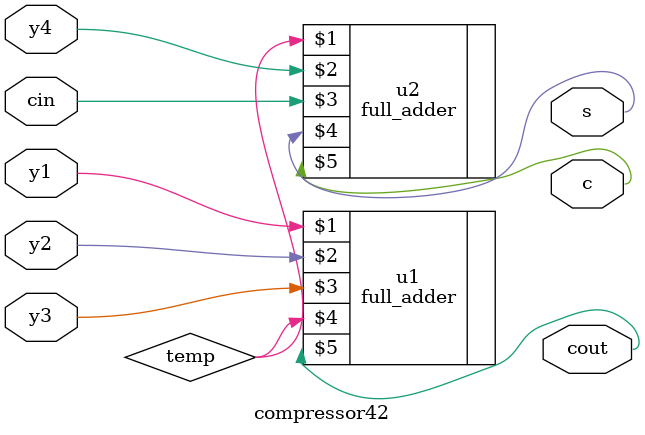
<source format=v>
module compressor42 (y1, y2, y3, y4, cin, s, c, cout) ;
input y1, y2, y3, y4, cin ;
wire temp ;
output s, c, cout ;
full_adder u1 (y1, y2, y3, temp, cout) ;
full_adder u2 (temp, y4, cin, s, c) ;
endmodule

</source>
